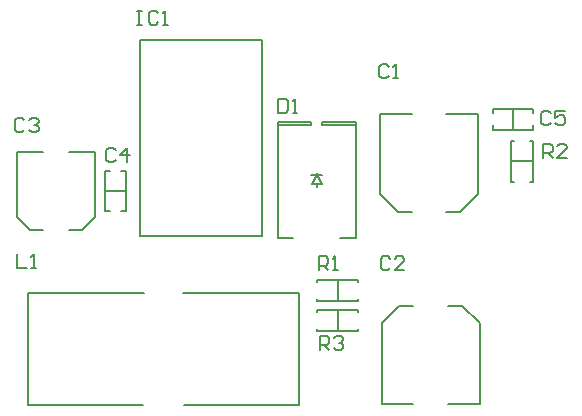
<source format=gto>
G04*
G04 #@! TF.GenerationSoftware,Altium Limited,Altium Designer,21.3.2 (30)*
G04*
G04 Layer_Color=65535*
%FSLAX25Y25*%
%MOIN*%
G70*
G04*
G04 #@! TF.SameCoordinates,C5881F53-B4D9-470E-9162-C71BBDC8BDA1*
G04*
G04*
G04 #@! TF.FilePolarity,Positive*
G04*
G01*
G75*
%ADD10C,0.00787*%
%ADD11C,0.00591*%
D10*
X200224Y307201D02*
X239102D01*
X200224Y269799D02*
Y307201D01*
Y269799D02*
X238610D01*
X251898Y307201D02*
X290776D01*
Y269799D02*
Y307201D01*
X252390Y269799D02*
X290776D01*
X296500Y342342D02*
Y343524D01*
Y346280D02*
Y347067D01*
X294925Y343524D02*
X298468D01*
X296500Y346280D02*
X298468Y343524D01*
X294925D02*
X296500Y346280D01*
X294531D02*
X298468D01*
X283508Y363996D02*
X294531D01*
Y363209D02*
Y363996D01*
X283508Y363209D02*
X294531D01*
X298468D02*
X309492D01*
X298468D02*
Y363996D01*
X309492D01*
X304276Y325413D02*
X309492D01*
X283508D02*
X288724D01*
X309492D02*
Y363996D01*
X283508Y325413D02*
Y363996D01*
X237516Y326110D02*
X278362D01*
Y391563D01*
X237516D02*
X278362D01*
X237516Y326110D02*
Y391563D01*
X318161Y270161D02*
Y296933D01*
Y270161D02*
X328791D01*
X340209D02*
X350839D01*
Y296933D01*
X324067Y302839D02*
X328791D01*
X318161Y296933D02*
X324067Y302839D01*
X344933D02*
X350839Y296933D01*
X340209Y302839D02*
X344933D01*
X350339Y340067D02*
Y366839D01*
X339709D02*
X350339D01*
X317661D02*
X328291D01*
X317661Y340067D02*
Y366839D01*
X339709Y334161D02*
X344433D01*
X350339Y340067D01*
X317661D02*
X323567Y334161D01*
X328291D01*
X213831Y353992D02*
X222492D01*
Y332339D02*
Y353992D01*
X213831Y328008D02*
X218161D01*
X222492Y332339D01*
X196508Y353992D02*
X205169D01*
X196508Y332339D02*
Y353992D01*
X200839Y328008D02*
X205169D01*
X196508Y332339D02*
X200839Y328008D01*
X196700Y320023D02*
Y315300D01*
X199849D01*
X201423D02*
X202997D01*
X202210D01*
Y320023D01*
X201423Y319236D01*
X297564Y288139D02*
Y292861D01*
X299926D01*
X300713Y292074D01*
Y290500D01*
X299926Y289713D01*
X297564D01*
X299139D02*
X300713Y288139D01*
X302287Y292074D02*
X303074Y292861D01*
X304649D01*
X305436Y292074D01*
Y291287D01*
X304649Y290500D01*
X303861D01*
X304649D01*
X305436Y289713D01*
Y288926D01*
X304649Y288139D01*
X303074D01*
X302287Y288926D01*
X297300Y314600D02*
Y319323D01*
X299661D01*
X300449Y318536D01*
Y316961D01*
X299661Y316174D01*
X297300D01*
X298874D02*
X300449Y314600D01*
X302023D02*
X303597D01*
X302810D01*
Y319323D01*
X302023Y318536D01*
X199149Y364736D02*
X198361Y365523D01*
X196787D01*
X196000Y364736D01*
Y361587D01*
X196787Y360800D01*
X198361D01*
X199149Y361587D01*
X200723Y364736D02*
X201510Y365523D01*
X203084D01*
X203871Y364736D01*
Y363949D01*
X203084Y363161D01*
X202297D01*
X203084D01*
X203871Y362374D01*
Y361587D01*
X203084Y360800D01*
X201510D01*
X200723Y361587D01*
X320549Y382536D02*
X319761Y383323D01*
X318187D01*
X317400Y382536D01*
Y379387D01*
X318187Y378600D01*
X319761D01*
X320549Y379387D01*
X322123Y378600D02*
X323697D01*
X322910D01*
Y383323D01*
X322123Y382536D01*
X321049Y318536D02*
X320261Y319323D01*
X318687D01*
X317900Y318536D01*
Y315387D01*
X318687Y314600D01*
X320261D01*
X321049Y315387D01*
X325771Y314600D02*
X322623D01*
X325771Y317749D01*
Y318536D01*
X324984Y319323D01*
X323410D01*
X322623Y318536D01*
X236600Y401223D02*
X238174D01*
X237387D01*
Y396500D01*
X236600D01*
X238174D01*
X243684Y400436D02*
X242897Y401223D01*
X241323D01*
X240536Y400436D01*
Y397287D01*
X241323Y396500D01*
X242897D01*
X243684Y397287D01*
X245259Y396500D02*
X246833D01*
X246046D01*
Y401223D01*
X245259Y400436D01*
X283800Y371923D02*
Y367200D01*
X286161D01*
X286949Y367987D01*
Y371136D01*
X286161Y371923D01*
X283800D01*
X288523Y367200D02*
X290097D01*
X289310D01*
Y371923D01*
X288523Y371136D01*
X374563Y367074D02*
X373776Y367861D01*
X372202D01*
X371415Y367074D01*
Y363926D01*
X372202Y363139D01*
X373776D01*
X374563Y363926D01*
X379286Y367861D02*
X376138D01*
Y365500D01*
X377712Y366287D01*
X378499D01*
X379286Y365500D01*
Y363926D01*
X378499Y363139D01*
X376925D01*
X376138Y363926D01*
X229549Y354736D02*
X228761Y355523D01*
X227187D01*
X226400Y354736D01*
Y351587D01*
X227187Y350800D01*
X228761D01*
X229549Y351587D01*
X233484Y350800D02*
Y355523D01*
X231123Y353161D01*
X234272D01*
X372064Y352139D02*
Y356861D01*
X374426D01*
X375213Y356074D01*
Y354500D01*
X374426Y353713D01*
X372064D01*
X373639D02*
X375213Y352139D01*
X379936D02*
X376787D01*
X379936Y355287D01*
Y356074D01*
X379149Y356861D01*
X377574D01*
X376787Y356074D01*
D11*
X310193Y294457D02*
Y295244D01*
X296807Y294457D02*
X310193D01*
X296807D02*
Y295244D01*
X310193Y300756D02*
Y301543D01*
X296807D02*
X310193D01*
X296807Y300756D02*
Y301543D01*
X303500Y294457D02*
Y301543D01*
X296807Y310756D02*
Y311543D01*
X310193D01*
Y310756D02*
Y311543D01*
X296807Y304457D02*
Y305244D01*
Y304457D02*
X310193D01*
Y305244D01*
X303500Y304457D02*
Y311543D01*
X367756Y357638D02*
X368543D01*
Y344252D02*
Y357638D01*
X367756Y344252D02*
X368543D01*
X361457Y357638D02*
X362244D01*
X361457Y344252D02*
Y357638D01*
Y344252D02*
X362244D01*
X361457Y350945D02*
X368543D01*
X361850Y361457D02*
Y368543D01*
X368543Y366968D02*
Y368543D01*
X355157D02*
X368543D01*
X355157Y366968D02*
Y368543D01*
Y361457D02*
Y363032D01*
Y361457D02*
X368543D01*
Y363032D01*
X225957Y341000D02*
X233043D01*
X231469Y334307D02*
X233043D01*
Y347693D01*
X231469D02*
X233043D01*
X225957D02*
X227532D01*
X225957Y334307D02*
Y347693D01*
Y334307D02*
X227532D01*
M02*

</source>
